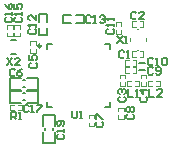
<source format=gto>
G04*
G04 #@! TF.GenerationSoftware,Altium Limited,Altium Designer,19.0.15 (446)*
G04*
G04 Layer_Color=65535*
%FSLAX24Y24*%
%MOIN*%
G70*
G01*
G75*
%ADD10C,0.0098*%
%ADD11C,0.0060*%
%ADD12C,0.0079*%
%ADD13C,0.0049*%
%ADD14C,0.0059*%
%ADD15C,0.0050*%
D10*
X-1250Y984D02*
G03*
X-1250Y984I-49J0D01*
G01*
D11*
X-2274Y-906D02*
Y-512D01*
X-1348Y-906D02*
Y-512D01*
X-1713Y-906D02*
X-1348D01*
X-2274D02*
X-1909D01*
X-1713Y-512D02*
X-1348D01*
X-2274D02*
X-1909D01*
X2010Y415D02*
X2220D01*
X2010Y185D02*
X2220D01*
X-522Y1738D02*
Y2014D01*
X187Y1738D02*
Y2014D01*
X-69Y1738D02*
X187D01*
X-522D02*
X-266D01*
X-69Y2014D02*
X187D01*
X-522D02*
X-266D01*
X-2274Y-79D02*
X-1909D01*
X-1713D02*
X-1348D01*
X-2274Y-472D02*
X-1909D01*
X-1713D02*
X-1348D01*
Y-79D01*
X-2274Y-472D02*
Y-79D01*
X-1043Y1791D02*
Y2047D01*
Y1339D02*
Y1594D01*
X-1319Y1791D02*
Y2047D01*
Y1339D02*
Y1594D01*
Y1339D02*
X-1043D01*
X-1319Y2047D02*
X-1043D01*
X-1181Y-2234D02*
Y-1870D01*
Y-1673D02*
Y-1309D01*
X-787Y-2234D02*
Y-1870D01*
Y-1673D02*
Y-1309D01*
X-1181D02*
X-787D01*
X-1181Y-2234D02*
X-787D01*
D12*
X-1850Y-827D02*
X-1772D01*
X-1850Y-591D02*
X-1772D01*
X-2260Y709D02*
X-2071D01*
X-2260Y1181D02*
X-2071D01*
X-1850Y-157D02*
X-1772D01*
X-1850Y-394D02*
X-1772D01*
X-1102Y-1811D02*
Y-1732D01*
X-866Y-1811D02*
Y-1732D01*
D13*
X-2018Y-1140D02*
X-1894D01*
X-2280D02*
X-2156D01*
X-2018Y-967D02*
X-1894D01*
X-2280D02*
X-2156D01*
X-2280Y-1140D02*
Y-967D01*
X-1894Y-1140D02*
Y-967D01*
X1547Y98D02*
Y272D01*
X1933Y98D02*
Y272D01*
X1809Y98D02*
X1933D01*
X1547D02*
X1671D01*
X1809Y272D02*
X1933D01*
X1547D02*
X1671D01*
X1809Y328D02*
X1933D01*
X1547D02*
X1671D01*
X1809Y502D02*
X1933D01*
X1547D02*
X1671D01*
X1547Y328D02*
Y502D01*
X1933Y328D02*
X1933Y502D01*
X1425Y1778D02*
X1425Y1654D01*
Y1392D02*
Y1516D01*
X1252Y1654D02*
Y1778D01*
Y1392D02*
Y1516D01*
Y1392D02*
X1425D01*
X1252Y1778D02*
X1425D01*
X1777Y802D02*
X1901D01*
X2039D02*
X2163D01*
X1777Y628D02*
X1901D01*
X2039D02*
X2163D01*
Y802D01*
X1777Y628D02*
Y802D01*
X1962Y859D02*
X1978Y859D01*
X1702Y1166D02*
Y1244D01*
X1962Y1551D02*
X1978D01*
X2238Y1166D02*
X2238Y1244D01*
X2039Y1628D02*
X2163Y1628D01*
X1777D02*
X1901Y1628D01*
X2039Y1802D02*
X2163Y1802D01*
X1777Y1802D02*
X1901D01*
X1777Y1628D02*
Y1802D01*
X2163Y1628D02*
Y1802D01*
X2713Y-362D02*
Y-189D01*
X2327Y-362D02*
Y-189D01*
X2451D01*
X2589D02*
X2713D01*
X2327Y-362D02*
X2451D01*
X2589D02*
X2713D01*
X337Y-1689D02*
Y-1565D01*
Y-1427D02*
Y-1303D01*
X510Y-1689D02*
Y-1565D01*
Y-1427D02*
Y-1303D01*
X337D02*
X510D01*
X337Y-1689D02*
X510D01*
X1331Y-1453D02*
Y-1329D01*
Y-1191D02*
Y-1067D01*
X1504Y-1453D02*
Y-1329D01*
Y-1191D02*
Y-1067D01*
X1331D02*
X1504D01*
X1331Y-1453D02*
X1504D01*
X-1429Y1024D02*
Y1148D01*
Y762D02*
Y886D01*
X-1602Y1024D02*
Y1148D01*
Y762D02*
Y886D01*
Y762D02*
X-1429D01*
X-1602Y1148D02*
X-1429D01*
X1370Y-350D02*
Y-226D01*
Y-89D02*
Y35D01*
X1543Y-350D02*
Y-226D01*
Y-89D02*
Y35D01*
X1370D02*
X1543D01*
X1370Y-350D02*
X1543D01*
X2004Y-362D02*
Y-189D01*
X1618Y-362D02*
Y-189D01*
X1742D01*
X1880D02*
X2004D01*
X1618Y-362D02*
X1742D01*
X1880D02*
X2004D01*
X-2197Y1565D02*
Y1689D01*
Y1303D02*
Y1427D01*
X-2370Y1565D02*
Y1689D01*
Y1303D02*
Y1427D01*
Y1303D02*
X-2197D01*
X-2370Y1689D02*
X-2197D01*
X-1961Y1565D02*
Y1689D01*
Y1303D02*
Y1427D01*
X-2134Y1565D02*
Y1689D01*
Y1303D02*
Y1427D01*
Y1303D02*
X-1961D01*
X-2134Y1689D02*
X-1961D01*
X2079Y-350D02*
Y-226D01*
Y-89D02*
Y35D01*
X2252Y-350D02*
Y-226D01*
Y-89D02*
Y35D01*
X2079D02*
X2252D01*
X2079Y-350D02*
X2252D01*
D14*
X-1043Y-1043D02*
X-896D01*
X-1043D02*
Y-896D01*
X896Y-1043D02*
X1043D01*
Y-896D01*
Y896D02*
Y1043D01*
X896D02*
X1043D01*
X-1043D02*
X-896D01*
X-1043Y896D02*
Y1043D01*
D15*
X-1663Y-1012D02*
X-1705Y-970D01*
X-1788D01*
X-1830Y-1012D01*
Y-1178D01*
X-1788Y-1220D01*
X-1705D01*
X-1663Y-1178D01*
X-1580Y-1220D02*
X-1497D01*
X-1538D01*
Y-970D01*
X-1580Y-1012D01*
X-1372Y-970D02*
X-1205D01*
Y-1012D01*
X-1372Y-1178D01*
Y-1220D01*
X-2234Y-1457D02*
Y-1207D01*
X-2109D01*
X-2068Y-1248D01*
Y-1332D01*
X-2109Y-1373D01*
X-2234D01*
X-2151D02*
X-2068Y-1457D01*
X-1984D02*
X-1901D01*
X-1943D01*
Y-1207D01*
X-1984Y-1248D01*
X973Y1554D02*
X931Y1513D01*
Y1429D01*
X973Y1388D01*
X1139D01*
X1181Y1429D01*
Y1513D01*
X1139Y1554D01*
X1181Y1638D02*
Y1721D01*
Y1679D01*
X931D01*
X973Y1638D01*
X1181Y1846D02*
Y1929D01*
Y1888D01*
X931D01*
X973Y1846D01*
X2487Y548D02*
X2445Y590D01*
X2362D01*
X2320Y548D01*
Y382D01*
X2362Y340D01*
X2445D01*
X2487Y382D01*
X2570Y340D02*
X2653D01*
X2612D01*
Y590D01*
X2570Y548D01*
X2778D02*
X2820Y590D01*
X2903D01*
X2945Y548D01*
Y382D01*
X2903Y340D01*
X2820D01*
X2778Y382D01*
Y548D01*
X1527Y798D02*
X1485Y840D01*
X1402D01*
X1360Y798D01*
Y632D01*
X1402Y590D01*
X1485D01*
X1527Y632D01*
X1610Y590D02*
X1693D01*
X1652D01*
Y840D01*
X1610Y798D01*
X1300Y1330D02*
X1467Y1080D01*
Y1330D02*
X1300Y1080D01*
X1550D02*
X1633D01*
X1592D01*
Y1330D01*
X1550Y1288D01*
X1927Y2078D02*
X1885Y2120D01*
X1802D01*
X1760Y2078D01*
Y1912D01*
X1802Y1870D01*
X1885D01*
X1927Y1912D01*
X2177Y1870D02*
X2010D01*
X2177Y2037D01*
Y2078D01*
X2135Y2120D01*
X2052D01*
X2010Y2078D01*
X2487Y238D02*
X2445Y280D01*
X2362D01*
X2320Y238D01*
Y72D01*
X2362Y30D01*
X2445D01*
X2487Y72D01*
X2570D02*
X2612Y30D01*
X2695D01*
X2737Y72D01*
Y238D01*
X2695Y280D01*
X2612D01*
X2570Y238D01*
Y197D01*
X2612Y155D01*
X2737D01*
X413Y1960D02*
X371Y2002D01*
X288D01*
X246Y1960D01*
Y1794D01*
X288Y1752D01*
X371D01*
X413Y1794D01*
X496Y1752D02*
X579D01*
X538D01*
Y2002D01*
X496Y1960D01*
X704D02*
X746Y2002D01*
X829D01*
X871Y1960D01*
Y1919D01*
X829Y1877D01*
X788D01*
X829D01*
X871Y1835D01*
Y1794D01*
X829Y1752D01*
X746D01*
X704Y1794D01*
X2362Y-449D02*
Y-699D01*
X2529D01*
X2779D02*
X2612D01*
X2779Y-532D01*
Y-491D01*
X2737Y-449D01*
X2654D01*
X2612Y-491D01*
X-681Y-1959D02*
X-722Y-2001D01*
Y-2084D01*
X-681Y-2126D01*
X-514D01*
X-472Y-2084D01*
Y-2001D01*
X-514Y-1959D01*
X-472Y-1876D02*
Y-1793D01*
Y-1834D01*
X-722D01*
X-681Y-1876D01*
X-514Y-1668D02*
X-472Y-1626D01*
Y-1543D01*
X-514Y-1501D01*
X-681D01*
X-722Y-1543D01*
Y-1626D01*
X-681Y-1668D01*
X-639D01*
X-597Y-1626D01*
Y-1501D01*
X-1626Y1545D02*
X-1667Y1503D01*
Y1420D01*
X-1626Y1378D01*
X-1459D01*
X-1417Y1420D01*
Y1503D01*
X-1459Y1545D01*
X-1417Y1628D02*
Y1711D01*
Y1670D01*
X-1667D01*
X-1626Y1628D01*
X-1417Y2003D02*
Y1836D01*
X-1584Y2003D01*
X-1626D01*
X-1667Y1961D01*
Y1878D01*
X-1626Y1836D01*
X2075Y-700D02*
X2034Y-741D01*
Y-824D01*
X2075Y-866D01*
X2242D01*
X2283Y-824D01*
Y-741D01*
X2242Y-700D01*
X2283Y-491D02*
X2034D01*
X2159Y-616D01*
Y-450D01*
X-1596Y423D02*
X-1638Y381D01*
Y298D01*
X-1596Y256D01*
X-1429D01*
X-1388Y298D01*
Y381D01*
X-1429Y423D01*
X-1638Y672D02*
Y506D01*
X-1513D01*
X-1554Y589D01*
Y631D01*
X-1513Y672D01*
X-1429D01*
X-1388Y631D01*
Y547D01*
X-1429Y506D01*
X619Y-1536D02*
X577Y-1578D01*
Y-1661D01*
X619Y-1703D01*
X785D01*
X827Y-1661D01*
Y-1578D01*
X785Y-1536D01*
X577Y-1453D02*
Y-1286D01*
X619D01*
X785Y-1453D01*
X827D01*
X1642Y-1290D02*
X1600Y-1332D01*
Y-1415D01*
X1642Y-1457D01*
X1809D01*
X1850Y-1415D01*
Y-1332D01*
X1809Y-1290D01*
X1642Y-1207D02*
X1600Y-1165D01*
Y-1082D01*
X1642Y-1040D01*
X1684D01*
X1725Y-1082D01*
X1767Y-1040D01*
X1809D01*
X1850Y-1082D01*
Y-1165D01*
X1809Y-1207D01*
X1767D01*
X1725Y-1165D01*
X1684Y-1207D01*
X1642D01*
X1725Y-1165D02*
Y-1082D01*
X-2117Y189D02*
X-2159Y230D01*
X-2242D01*
X-2283Y189D01*
Y22D01*
X-2242Y-20D01*
X-2159D01*
X-2117Y22D01*
X-1867Y230D02*
X-1950Y189D01*
X-2034Y105D01*
Y22D01*
X-1992Y-20D01*
X-1909D01*
X-1867Y22D01*
Y64D01*
X-1909Y105D01*
X-2034D01*
X-207Y-1177D02*
Y-1386D01*
X-165Y-1427D01*
X-82D01*
X-40Y-1386D01*
Y-1177D01*
X43Y-1427D02*
X127D01*
X85D01*
Y-1177D01*
X43Y-1219D01*
X-2382Y594D02*
X-2215Y344D01*
Y594D02*
X-2382Y344D01*
X-1965D02*
X-2132D01*
X-1965Y511D01*
Y553D01*
X-2007Y594D01*
X-2090D01*
X-2132Y553D01*
X-2413Y1938D02*
X-2455Y1897D01*
Y1813D01*
X-2413Y1772D01*
X-2246D01*
X-2205Y1813D01*
Y1897D01*
X-2246Y1938D01*
X-2205Y2022D02*
Y2105D01*
Y2063D01*
X-2455D01*
X-2413Y2022D01*
X-2455Y2396D02*
X-2413Y2313D01*
X-2330Y2230D01*
X-2246D01*
X-2205Y2271D01*
Y2355D01*
X-2246Y2396D01*
X-2288D01*
X-2330Y2355D01*
Y2230D01*
X-2098Y1938D02*
X-2140Y1897D01*
Y1813D01*
X-2098Y1772D01*
X-1931D01*
X-1890Y1813D01*
Y1897D01*
X-1931Y1938D01*
X-1890Y2022D02*
Y2105D01*
Y2063D01*
X-2140D01*
X-2098Y2022D01*
X-2140Y2396D02*
Y2230D01*
X-2015D01*
X-2056Y2313D01*
Y2355D01*
X-2015Y2396D01*
X-1931D01*
X-1890Y2355D01*
Y2271D01*
X-1931Y2230D01*
X1367Y-700D02*
X1325Y-741D01*
Y-824D01*
X1367Y-866D01*
X1533D01*
X1575Y-824D01*
Y-741D01*
X1533Y-700D01*
X1367Y-616D02*
X1325Y-575D01*
Y-491D01*
X1367Y-450D01*
X1408D01*
X1450Y-491D01*
Y-533D01*
Y-491D01*
X1491Y-450D01*
X1533D01*
X1575Y-491D01*
Y-575D01*
X1533Y-616D01*
X1654Y-459D02*
Y-709D01*
X1820D01*
X1903D02*
X1987D01*
X1945D01*
Y-459D01*
X1903Y-500D01*
M02*

</source>
